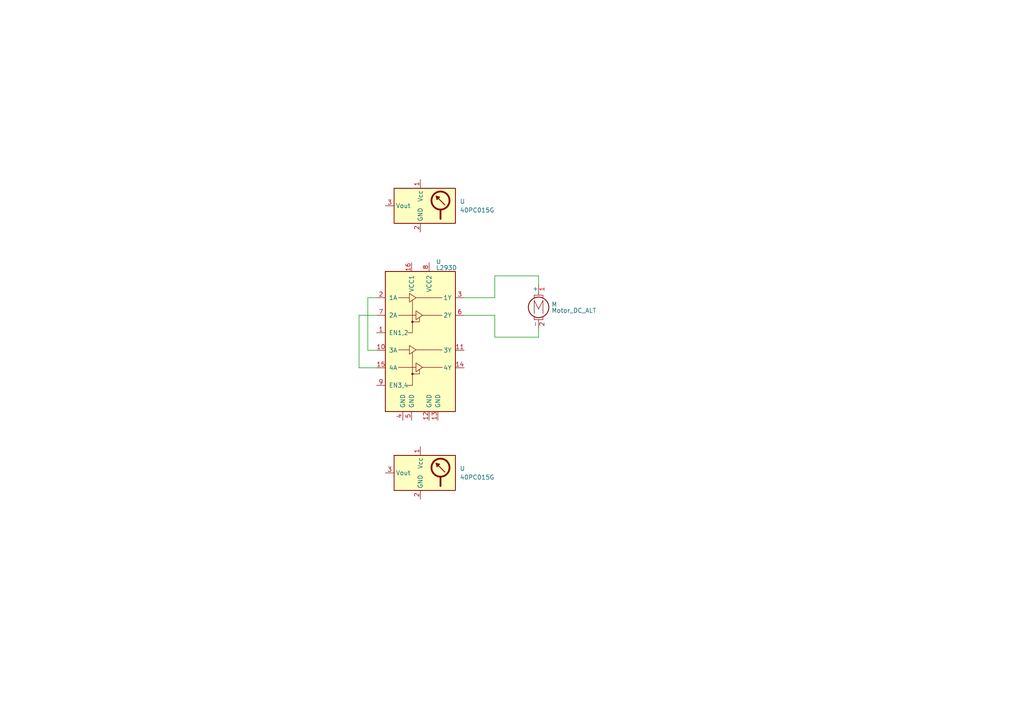
<source format=kicad_sch>
(kicad_sch (version 20220404) (generator eeschema)
  (paper "A4")
  (lib_symbols
    (symbol "Driver_Motor:L293D" (pin_names (offset 1.016))
      (property "Reference" "U" (at -5.08 26.035 0))
      (property "Value" "L293D" (at -5.08 24.13 0))
      (symbol "L293D_0_1"
        (rectangle (start -10.16 22.86) (end 10.16 -17.78) (stroke (width 0.254)) (fill (type background)))
        (circle (center -2.286 -6.858) (radius 0.254) (fill (type outline)))
        (circle (center -2.286 8.255) (radius 0.254) (fill (type outline)))
        (polyline (pts (xy -6.35 -4.953) (xy -1.27 -4.953)))
        (polyline (pts (xy -6.35 0.127) (xy -3.175 0.127)))
        (polyline (pts (xy -6.35 10.16) (xy -1.27 10.16)))
        (polyline (pts (xy -6.35 15.24) (xy -3.175 15.24)))
        (polyline (pts (xy -1.27 0.127) (xy 6.35 0.127)))
        (polyline (pts (xy -1.27 15.24) (xy 6.35 15.24)))
        (polyline (pts (xy 0.635 -4.953) (xy 6.35 -4.953)))
        (polyline (pts (xy 0.635 10.16) (xy 6.35 10.16)))
        (polyline (pts (xy -2.286 -6.858) (xy -0.254 -6.858) (xy -0.254 -5.588)))
        (polyline (pts (xy -2.286 -0.635) (xy -2.286 -10.16) (xy -3.556 -10.16)))
        (polyline (pts (xy -2.286 8.255) (xy -0.254 8.255) (xy -0.254 9.525)))
        (polyline (pts (xy -2.286 14.478) (xy -2.286 5.08) (xy -3.556 5.08)))
        (polyline (pts (xy -3.175 1.397) (xy -3.175 -1.143) (xy -1.27 0.127) (xy -3.175 1.397)))
        (polyline (pts (xy -3.175 16.51) (xy -3.175 13.97) (xy -1.27 15.24) (xy -3.175 16.51)))
        (polyline (pts (xy -1.27 -3.683) (xy -1.27 -6.223) (xy 0.635 -4.953) (xy -1.27 -3.683)))
        (polyline (pts (xy -1.27 11.43) (xy -1.27 8.89) (xy 0.635 10.16) (xy -1.27 11.43)))
      )
      (symbol "L293D_1_1"
        (pin input line (at -12.7 5.08 0) (length 2.54) (name "EN1,2") (number "1"))
        (pin input line (at -12.7 0 0) (length 2.54) (name "3A") (number "10"))
        (pin output line (at 12.7 0 180) (length 2.54) (name "3Y") (number "11"))
        (pin power_in line (at 2.54 -20.32 90) (length 2.54) (name "GND") (number "12"))
        (pin power_in line (at 5.08 -20.32 90) (length 2.54) (name "GND") (number "13"))
        (pin output line (at 12.7 -5.08 180) (length 2.54) (name "4Y") (number "14"))
        (pin input line (at -12.7 -5.08 0) (length 2.54) (name "4A") (number "15"))
        (pin power_in line (at -2.54 25.4 270) (length 2.54) (name "VCC1") (number "16"))
        (pin input line (at -12.7 15.24 0) (length 2.54) (name "1A") (number "2"))
        (pin output line (at 12.7 15.24 180) (length 2.54) (name "1Y") (number "3"))
        (pin power_in line (at -5.08 -20.32 90) (length 2.54) (name "GND") (number "4"))
        (pin power_in line (at -2.54 -20.32 90) (length 2.54) (name "GND") (number "5"))
        (pin output line (at 12.7 10.16 180) (length 2.54) (name "2Y") (number "6"))
        (pin input line (at -12.7 10.16 0) (length 2.54) (name "2A") (number "7"))
        (pin power_in line (at 2.54 25.4 270) (length 2.54) (name "VCC2") (number "8"))
        (pin input line (at -12.7 -10.16 0) (length 2.54) (name "EN3,4") (number "9"))
      )
    )
    (symbol "Motor:Motor_DC_ALT" (pin_names (offset 0))
      (property "Reference" "M" (at 2.54 2.54 0))
      (property "Value" "Motor_DC_ALT" (at 2.54 -5.08 0))
      (symbol "Motor_DC_ALT_0_0"
        (circle (center 0 -1.524) (radius 2.9718) (stroke (width 0.254)))
        (polyline (pts (xy -1.27 -4.318) (xy -1.27 -5.08) (xy 1.27 -5.08) (xy 1.27 -4.318)))
        (polyline (pts (xy -1.27 1.27) (xy -1.27 2.032) (xy 1.27 2.032) (xy 1.27 1.27)))
        (polyline (pts (xy -1.27 -3.302) (xy -1.27 0.508) (xy 0 -2.032) (xy 1.27 0.508) (xy 1.27 -3.302)))
      )
      (symbol "Motor_DC_ALT_0_1"
        (polyline (pts (xy 0 2.032) (xy 0 2.54)))
      )
      (symbol "Motor_DC_ALT_1_1"
        (pin passive line (at 0 5.08 270) (length 2.54) (name "+") (number "1"))
        (pin passive line (at 0 -7.62 90) (length 2.54) (name "-") (number "2"))
      )
    )
    (symbol "Sensor_Pressure:40PC015G"
      (property "Reference" "U" (at -10.16 6.35 0))
      (property "Value" "40PC015G" (at 6.35 6.35 0))
      (symbol "40PC015G_0_1"
        (circle (center -5.842 1.524) (radius 2.6162) (stroke (width 0.508)))
        (polyline (pts (xy -7.112 0.254) (xy -4.572 2.794)) (stroke (width 0.254)))
        (polyline (pts (xy -5.842 -1.27) (xy -5.842 -3.81)) (stroke (width 0.508)))
        (polyline (pts (xy -4.572 2.794) (xy -4.826 1.778) (xy -5.588 2.54) (xy -4.572 2.794)) (stroke (width 0.254)) (fill (type outline)))
        (rectangle (start 7.62 5.08) (end -10.16 -5.08) (stroke (width 0.254)) (fill (type background)))
      )
      (symbol "40PC015G_1_1"
        (pin power_in line (at 0 7.62 270) (length 2.54) (name "Vcc") (number "1"))
        (pin power_in line (at 0 -7.62 90) (length 2.54) (name "GND") (number "2"))
        (pin output line (at 10.16 0 180) (length 2.54) (name "Vout") (number "3"))
        (pin no_connect line (at -7.62 -5.08 90) (length 2.54) hide (name "NC") (number "4"))
        (pin no_connect line (at -5.08 -5.08 90) (length 2.54) hide (name "NC") (number "5"))
        (pin no_connect line (at -2.54 -5.08 90) (length 2.54) hide (name "NC") (number "6"))
      )
    )
  )
  (wire (pts (xy 106.68 101.6) (xy 106.68 86.36)))
  (wire (pts (xy 109.22 101.6) (xy 106.68 101.6)))
  (wire (pts (xy 109.22 91.44) (xy 104.14 91.44)))
  (wire (pts (xy 143.51 80.01) (xy 156.21 80.01)))
  (wire (pts (xy 143.51 91.44) (xy 143.51 97.79)))
  (wire (pts (xy 104.14 106.68) (xy 109.22 106.68)))
  (wire (pts (xy 143.51 97.79) (xy 156.21 97.79)))
  (wire (pts (xy 134.62 86.36) (xy 143.51 86.36)))
  (wire (pts (xy 134.62 91.44) (xy 143.51 91.44)))
  (wire (pts (xy 156.21 97.79) (xy 156.21 95.25)))
  (wire (pts (xy 156.21 80.01) (xy 156.21 82.55)))
  (wire (pts (xy 104.14 91.44) (xy 104.14 106.68)))
  (wire (pts (xy 143.51 86.36) (xy 143.51 80.01)))
  (wire (pts (xy 106.68 86.36) (xy 109.22 86.36)))
  (symbol (lib_id "Sensor_Pressure:40PC015G") (at 121.92 59.69 0) (mirror y) (unit 1)
    (default_instance (reference "U") (unit 1) (value "40PC015G") (footprint ""))
    (property "Reference" "U" (at 133.35 58.42 0) (effects (justify right)))
    (property "Value" "40PC015G" (at 133.35 60.96 0) (effects (justify right)))
    (property "Datasheet" "http://www.honeywellscportal.com//index.php?ci_id=138832" (effects hide))
  )
  (symbol (lib_id "Motor:Motor_DC_ALT") (at 156.21 87.63 0) (unit 1)
    (default_instance (reference "M") (unit 1) (value "Motor_DC_ALT") (footprint ""))
    (property "Reference" "M" (at 159.9438 88.3055 0) (effects (justify left)))
    (property "Value" "Motor_DC_ALT" (at 159.9438 90.0677 0) (effects (justify left)))
  )
  (symbol (lib_id "Sensor_Pressure:40PC015G") (at 121.92 137.16 0) (mirror y) (unit 1)
    (default_instance (reference "U") (unit 1) (value "40PC015G") (footprint ""))
    (property "Reference" "U" (at 133.35 135.89 0) (effects (justify right)))
    (property "Value" "40PC015G" (at 133.35 138.43 0) (effects (justify right)))
    (property "Datasheet" "http://www.honeywellscportal.com//index.php?ci_id=138832" (effects hide))
  )
  (symbol (lib_id "Driver_Motor:L293D") (at 121.92 101.6 0) (unit 1)
    (default_instance (reference "U") (unit 1) (value "L293D") (footprint "Package_DIP:DIP-16_W7.62mm"))
    (property "Reference" "U" (at 126.4159 75.9079 0) (effects (justify left)))
    (property "Value" "L293D" (at 126.4159 77.6701 0) (effects (justify left)))
    (property "Footprint" "Package_DIP:DIP-16_W7.62mm" (effects hide))
    (property "Datasheet" "http://www.ti.com/lit/ds/symlink/l293.pdf" (effects hide))
  )
)
</source>
